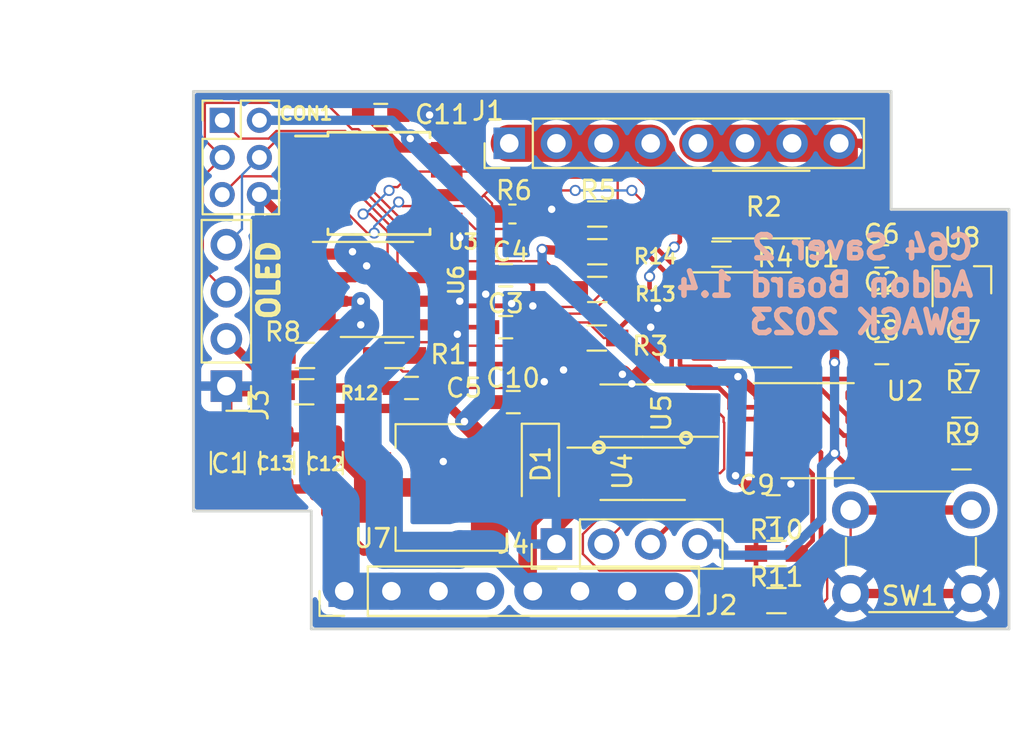
<source format=kicad_pcb>
(kicad_pcb (version 20221018) (generator pcbnew)
  (title_block (title "C64 Saver addon board") (date "2023-03-22") (rev "1.4"))
  (layers (0 "F.Cu" signal) (31 "B.Cu" signal) (34 "B.Paste" user) (35 "F.Paste" user) (36 "B.SilkS" user "B.Silkscreen") (37 "F.SilkS" user "F.Silkscreen") (38 "B.Mask" user) (39 "F.Mask" user) (44 "Edge.Cuts" user))
  (net 0 "")
  (net 1 "+5V")
  (net 2 "VIN-")
  (net 3 "PGATE")
  (net 4 "OVERVOLTAGE")
  (net 5 "/#OVERVOLTAGE")
  (net 6 "Net-(R3-Pad1)")
  (net 7 "/HOLD")
  (net 8 "/VIN+")
  (net 9 "/SCL2")
  (net 10 "/SDA2")
  (net 11 "Net-(D1-K)")
  (net 12 "/SCL1")
  (net 13 "/SDA1")
  (net 14 "/SENSE_VAC")
  (net 15 "/SENSE_ACCUR")
  (net 16 "/9VAC1-")
  (net 17 "/9VAC1+")
  (net 18 "GND")
  (net 19 "GNDD")
  (net 20 "/VDD2")
  (net 21 "Net-(C5-Pad1)")
  (net 22 "/HOLD_")
  (net 23 "/FILTER")
  (net 24 "Net-(R13-Pad2)")
  (net 25 "Net-(U1-A0)")
  (footprint "Buttons_Switches_THT:SW_PUSH_6mm_h13mm" (layer "F.Cu") (at 182.372 110.617 180)
    (fp_text reference "SW1")
    (fp_text value "SW_Push")
  )
  (footprint "Pin_Headers:Pin_Header_Straight_1x04_Pitch2.54mm" (layer "F.Cu") (at 142.24 99.441 180)
    (fp_text reference "J3")
    (fp_text value "OLED_128x32_Conn_01x04_Male")
  )
  (footprint "Capacitors_SMD:C_0603_HandSoldering" (layer "F.Cu") (at 177.5485 95.0595)
    (fp_text reference "C2")
    (fp_text value "100n")
  )
  (footprint "Resistors_SMD:R_0603_HandSoldering" (layer "F.Cu") (at 151.3 97.79)
    (fp_text reference "R1")
    (fp_text value "560")
  )
  (footprint "Resistors_SMD:R_0603_HandSoldering" (layer "F.Cu") (at 162.1966 96.8502)
    (fp_text reference "R3")
    (fp_text value "560")
  )
  (footprint "Resistors_SMD:R_0603_HandSoldering" (layer "F.Cu") (at 168.91 92.329 180)
    (fp_text reference "R4")
    (fp_text value "10K")
  )
  (footprint "Capacitors_SMD:C_0603_HandSoldering" (layer "F.Cu") (at 157.292 93.472 180)
    (fp_text reference "C4")
    (fp_text value "100nF")
  )
  (footprint "Resistors_SMD:R_0603_HandSoldering" (layer "F.Cu") (at 162.222 90.17 180)
    (fp_text reference "R5")
    (fp_text value "470k")
  )
  (footprint "Resistors_SMD:R_0603_HandSoldering" (layer "F.Cu") (at 181.8435 100.457)
    (fp_text reference "R7")
    (fp_text value "4k7")
  )
  (footprint "Resistors_SMD:R_0603_HandSoldering" (layer "F.Cu") (at 146.474 97.79 180)
    (fp_text reference "R8")
    (fp_text value "4k7")
  )
  (footprint "Resistors_SMD:R_0603_HandSoldering" (layer "F.Cu") (at 181.8435 103.251)
    (fp_text reference "R9")
    (fp_text value "4k7")
  )
  (footprint "Resistors_SMD:R_0603_HandSoldering" (layer "F.Cu") (at 171.874 108.458 180)
    (fp_text reference "R10")
    (fp_text value "4k7")
  )
  (footprint "Resistors_SMD:R_0603_HandSoldering" (layer "F.Cu") (at 171.874 110.998 180)
    (fp_text reference "R11")
    (fp_text value "4k7")
  )
  (footprint "Package_SO:SOIC-4_4.55x2.6mm_P1.27mm" (layer "F.Cu") (at 164.6682 104.1654)
    (fp_text reference "U4")
    (fp_text value "ACPL-217-50DE")
  )
  (footprint "Package_SO:SOIC-4_4.55x2.6mm_P1.27mm" (layer "F.Cu") (at 164.667 100.7618 180)
    (fp_text reference "U5")
    (fp_text value "ACPL-217-50DE")
  )
  (footprint "Capacitors_SMD:C_0603_HandSoldering" (layer "F.Cu") (at 157.292 96.266 180)
    (fp_text reference "C3")
    (fp_text value "1u")
  )
  (footprint "Capacitors_SMD:C_0603_HandSoldering" (layer "F.Cu") (at 152.212 99.5426)
    (fp_text reference "C5")
    (fp_text value "100n")
  )
  (footprint "Capacitors_SMD:C_0603_HandSoldering" (layer "F.Cu") (at 177.5485 92.456 180)
    (fp_text reference "C6")
    (fp_text value "1u")
  )
  (footprint "Capacitors_SMD:C_0603_HandSoldering" (layer "F.Cu") (at 181.8665 97.663)
    (fp_text reference "C7")
    (fp_text value "1u")
  )
  (footprint "Capacitors_SMD:C_0603_HandSoldering" (layer "F.Cu") (at 177.5485 97.663)
    (fp_text reference "C8")
    (fp_text value "100n")
  )
  (footprint "Capacitors_SMD:C_0603_HandSoldering" (layer "F.Cu") (at 171.704 105.918)
    (fp_text reference "C9")
    (fp_text value "100n")
  )
  (footprint "TO_SOT_Packages_SMD:SOT-23" (layer "F.Cu") (at 181.8665 93.742 90)
    (fp_text reference "U8")
    (fp_text value "MCP1703")
  )
  (footprint "Capacitors_SMD:C_0603_HandSoldering" (layer "F.Cu") (at 157.6984 100.3046 180)
    (fp_text reference "C10")
    (fp_text value "1u")
  )
  (footprint "HAMMOND:HAMMOND_1551G" (layer "F.Cu") (at 152.4 86.36)
    (fp_text reference "REF**")
    (fp_text value "HAMMOND_1551G")
  )
  (footprint "Pin_Headers:Pin_Header_Straight_1x08_Pitch2.54mm" (layer "F.Cu") (at 157.48 86.36 90)
    (fp_text reference "J1")
    (fp_text value "Conn_01x08_Female")
  )
  (footprint "Pin_Headers:Pin_Header_Straight_1x08_Pitch2.54mm" (layer "F.Cu") (at 148.59 110.49 90)
    (fp_text reference "J2")
    (fp_text value "Conn_01x08_Female")
  )
  (footprint "Pin_Headers:Pin_Header_Straight_1x04_Pitch2.54mm" (layer "F.Cu") (at 160.02 107.95 90)
    (fp_text reference "J4")
    (fp_text value "Conn_01x04_Female")
  )
  (footprint "Capacitors_SMD:C_0603_HandSoldering" (layer "F.Cu") (at 150.556 84.836 180)
    (fp_text reference "C11")
    (fp_text value "100n")
  )
  (footprint "Resistors_SMD:R_0603_HandSoldering" (layer "F.Cu") (at 146.431 99.7458)
    (fp_text reference "R12")
    (fp_text value "470")
  )
  (footprint "Pin_Headers:Pin_Header_Straight_2x03_Pitch2.00mm" (layer "F.Cu") (at 142.018 85.122)
    (fp_text reference "CON1")
    (fp_text value "AVR-ISP-6")
  )
  (footprint "Resistors_SMD:R_2512_HandSoldering" (layer "F.Cu") (at 171.056 89.662)
    (fp_text reference "R2")
    (fp_text value "0R1")
  )
  (footprint "Resistors_SMD:R_0603_HandSoldering" (layer "F.Cu") (at 162.222 94.234)
    (fp_text reference "R13")
    (fp_text value "10k")
  )
  (footprint "Resistors_SMD:R_0603_HandSoldering" (layer "F.Cu") (at 162.222 92.202 180)
    (fp_text reference "R14")
    (fp_text value "1k")
  )
  (footprint "Capacitor_SMD:C_1206_3216Metric" (layer "F.Cu") (at 142.316 103.584 90)
    (fp_text reference "C1")
    (fp_text value "47uF")
  )
  (footprint "Capacitor_SMD:C_1206_3216Metric" (layer "F.Cu") (at 147.5994 103.584 90)
    (fp_text reference "C12")
    (fp_text value "47uF")
  )
  (footprint "Capacitor_SMD:C_1206_3216Metric" (layer "F.Cu") (at 144.9832 103.584 90)
    (fp_text reference "C13")
    (fp_text value "47uF")
  )
  (footprint "Package_TO_SOT_SMD:SOT-223-3_TabPin2" (layer "F.Cu") (at 153.264 104.902 180)
    (fp_text reference "U7")
    (fp_text value "MCP1703Ax-500xxDB")
  )
  (footprint "Diodes_SMD:D_SOD-123" (layer "F.Cu") (at 159.1564 103.7199 -90)
    (fp_text reference "D1")
    (fp_text value "Dotec SL1G")
  )
  (footprint "Package_SO:SOIC-8_3.9x4.9mm_P1.27mm" (layer "F.Cu") (at 170.7246 95.8723)
    (fp_text reference "U1")
    (fp_text value "INA219xIDR-SOIC")
  )
  (footprint "Package_SO:SOIC-8_3.9x4.9mm_P1.27mm" (layer "F.Cu") (at 174.0901 101.8413)
    (fp_text reference "U2")
    (fp_text value "ISO1541D")
  )
  (footprint "Package_SO:SOIJ-8_5.3x5.3mm_P1.27mm" (layer "F.Cu") (at 150.462 88.519)
    (fp_text reference "U3")
    (fp_text value "ATTINY85-20SU")
  )
  (footprint "Package_SO:SOIC-8_3.9x4.9mm_P1.27mm" (layer "F.Cu") (at 150.3538 94.234)
    (fp_text reference "U6")
    (fp_text value "ACS712")
  )
  (footprint "Resistor_SMD:R_0603_1608Metric_Pad1.05x0.95mm_HandSolder" (layer "F.Cu") (at 157.65 90.17 180)
    (fp_text reference "R6")
    (fp_text value "470k")
  )
  (gr_circle (center 162.306 102.743) (end 162.56 102.87) (stroke (width 0.2)) (fill none) (layer "F.SilkS"))
  (gr_circle (center 167.005 102.235) (end 167.259 102.362) (stroke (width 0.2)) (fill none) (layer "F.SilkS"))
  (gr_line (start 146.812 106.426) (end 146.812 106.172) (stroke (width 0.15)) (layer "Edge.Cuts"))
  (gr_line (start 140.462 106.172) (end 140.462 83.566) (stroke (width 0.15)) (layer "Edge.Cuts"))
  (gr_line (start 184.404 89.916) (end 184.404 112.522) (stroke (width 0.15)) (layer "Edge.Cuts"))
  (gr_line (start 184.404 112.522) (end 146.812 112.522) (stroke (width 0.15)) (layer "Edge.Cuts"))
  (gr_line (start 178.054 89.916) (end 184.404 89.916) (stroke (width 0.15)) (layer "Edge.Cuts"))
  (gr_line (start 140.462 83.566) (end 178.054 83.566) (stroke (width 0.15)) (layer "Edge.Cuts"))
  (gr_line (start 178.054 83.566) (end 178.054 89.916) (stroke (width 0.15)) (layer "Edge.Cuts"))
  (gr_line (start 146.812 106.172) (end 140.462 106.172) (stroke (width 0.15)) (layer "Edge.Cuts"))
  (gr_line (start 146.812 112.522) (end 146.812 106.426) (stroke (width 0.15)) (layer "Edge.Cuts"))
  (gr_text "C64 Saver 2\nAddon Board 1.4\nBWACK 2023" (at 182.626 93.98) (layer "B.SilkS") (effects (font (size 1.25 1.25) (thickness 0.3)) (justify left mirror)))
  (gr_text "OLED" (at 144.526 93.726 90) (layer "F.SilkS") (effects (font (size 1.1 1.1) (thickness 0.275))))
  (segment (start 170.52 107.442) (end 170.774 107.696) (width 0.25) (layer "F.Cu") (net 1))
  (segment (start 170.754 105.043) (end 170.486 104.775) (width 0.5) (layer "F.Cu") (net 1))
  (segment (start 170.486 104.775) (end 170.18 104.775) (width 0.5) (layer "F.Cu") (net 1))
  (segment (start 154.112 86.614) (end 152.146 86.614) (width 0.5) (layer "F.Cu") (net 1))
  (segment (start 170.774 107.696) (end 170.774 108.458) (width 0.25) (layer "F.Cu") (net 1))
  (segment (start 170.18 104.775) (end 169.672 104.267) (width 0.5) (layer "F.Cu") (net 1))
  (segment (start 170.774 110.298) (end 170.774 108.458) (width 0.25) (layer "F.Cu") (net 1))
  (segment (start 156.342 93.472) (end 155.0035 93.472) (width 0.5) (layer "F.Cu") (net 1))
  (segment (start 170.754 105.918) (end 170.754 105.043) (width 0.5) (layer "F.Cu") (net 1))
  (segment (start 155.0035 93.472) (end 153.8605 92.329) (width 0.5) (layer "F.Cu") (net 1))
  (segment (start 170.774 110.998) (end 170.774 110.298) (width 0.25) (layer "F.Cu") (net 1))
  (segment (start 144.184799 98.845799) (end 146.291001 98.845799) (width 0.5) (layer "F.Cu") (net 1))
  (segment (start 146.570999 100.645801) (end 154.366801 100.645801) (width 0.5) (layer "F.Cu") (net 1))
  (segment (start 170.52 107.442) (end 170.754 107.208) (width 0.5) (layer "F.Cu") (net 1))
  (segment (start 156.342 93.472) (end 156.342 94.356) (width 0.5) (layer "F.Cu") (net 1))
  (segment (start 146.480999 99.035797) (end 146.480999 100.555801) (width 0.5) (layer "F.Cu") (net 1))
  (segment (start 154.366801 100.645801) (end 155.067 101.346) (width 0.5) (layer "F.Cu") (net 1))
  (segment (start 149.831 84.836) (end 151.609 86.614) (width 0.5) (layer "F.Cu") (net 1))
  (segment (start 151.609 86.614) (end 152.762 86.614) (width 0.5) (layer "F.Cu") (net 1))
  (segment (start 156.1084 100.3046) (end 155.067 101.346) (width 0.256) (layer "F.Cu") (net 1))
  (segment (start 153.8605 92.329) (end 153.543 92.329) (width 0.5) (layer "F.Cu") (net 1))
  (segment (start 152.762 86.614) (end 154.112 86.614) (width 0.5) (layer "F.Cu") (net 1))
  (segment (start 169.799 98.933) (end 170.942 99.949) (width 0.5) (layer "F.Cu") (net 1))
  (segment (start 152.146 86.614) (end 152.146 86.106) (width 0.5) (layer "F.Cu") (net 1))
  (segment (start 142.24 96.901) (end 144.184799 98.845799) (width 0.5) (layer "F.Cu") (net 1))
  (segment (start 146.291001 98.845799) (end 146.480999 99.035797) (width 0.5) (layer "F.Cu") (net 1))
  (segment (start 170.486 104.775) (end 170.307 104.775) (width 0.5) (layer "F.Cu") (net 1))
  (segment (start 156.414 102.602) (end 156.323 102.602) (width 1) (layer "F.Cu") (net 1))
  (segment (start 156.7484 100.3046) (end 156.1084 100.3046) (width 0.256) (layer "F.Cu") (net 1))
  (segment (start 159.250326 92.075) (end 161.122 92.202) (width 0.5) (layer "F.Cu") (net 1))
  (segment (start 156.342 94.356) (end 156.21 94.488) (width 0.5) (layer "F.Cu") (net 1))
  (segment (start 146.480999 100.555801) (end 146.570999 100.645801) (width 0.5) (layer "F.Cu") (net 1))
  (segment (start 161.122 90.17) (end 161.122 92.202) (width 0.5) (layer "F.Cu") (net 1))
  (segment (start 170.754 107.208) (end 170.754 105.918) (width 0.5) (layer "F.Cu") (net 1))
  (segment (start 156.323 102.602) (end 155.067 101.346) (width 1) (layer "F.Cu") (net 1))
  (via (at 152.146 86.106) (size 0.6) (drill 0.4) (layers "F.Cu" "B.Cu") (net 1))
  (via (at 159.250326 92.075) (size 0.6) (drill 0.4) (layers "F.Cu" "B.Cu") (net 1))
  (via (at 169.672 104.267) (size 0.6) (drill 0.4) (layers "F.Cu" "B.Cu") (net 1))
  (via (at 156.21 94.488) (size 0.6) (drill 0.4) (layers "F.Cu" "B.Cu") (net 1))
  (via (at 169.799 98.933) (size 0.6) (drill 0.4) (layers "F.Cu" "B.Cu") (net 1))
  (via (at 155.067 101.346) (size 0.6) (drill 0.4) (layers "F.Cu" "B.Cu") (net 1))
  (segment (start 144.018 85.122) (end 151.162 85.122) (width 0.5) (layer "B.Cu") (net 1))
  (segment (start 159.250326 92.892826) (end 159.766 93.4085) (width 0.5) (layer "B.Cu") (net 1))
  (segment (start 156.21 93.4085) (end 156.21 100.203) (width 1) (layer "B.Cu") (net 1))
  (segment (start 156.21 90.17) (end 156.21 92.202) (width 1) (layer "B.Cu") (net 1))
  (segment (start 165.6334 98.8822) (end 159.766 93.4085) (width 1) (layer "B.Cu") (net 1))
  (segment (start 169.799 98.933) (end 169.672 104.267) (width 1) (layer "B.Cu") (net 1))
  (segment (start 159.250326 92.075) (end 159.250326 92.892826) (width 0.5) (layer "B.Cu") (net 1))
  (segment (start 169.799 98.933) (end 165.6334 98.8822) (width 1) (layer "B.Cu") (net 1))
  (segment (start 156.21 92.202) (end 156.21 93.4085) (width 1) (layer "B.Cu") (net 1))
  (segment (start 156.21 93.4085) (end 156.21 93.0275) (width 1) (layer "B.Cu") (net 1))
  (segment (start 152.146 86.106) (end 156.21 90.17) (width 1) (layer "B.Cu") (net 1))
  (segment (start 156.21 100.203) (end 155.067 101.346) (width 1) (layer "B.Cu") (net 1))
  (segment (start 156.21 93.4085) (end 159.766 93.4085) (width 1) (layer "B.Cu") (net 1))
  (segment (start 151.162 85.122) (end 152.146 86.106) (width 0.5) (layer "B.Cu") (net 1))
  (segment (start 161.7314 96.012) (end 161.856099 96.136699) (width 0.127) (layer "F.Cu") (net 2))
  (segment (start 166.37 91.948) (end 166.669999 91.648001) (width 0.25) (layer "F.Cu") (net 2))
  (segment (start 165.1 86.614) (end 165.43999 86.95399) (width 2) (layer "F.Cu") (net 2))
  (segment (start 172.1246 95.2373) (end 173.1996 95.2373) (width 0.25) (layer "F.Cu") (net 2))
  (segment (start 163.472 96.266) (end 165.039058 94.698942) (width 0.25) (layer "F.Cu") (net 2))
  (segment (start 165.135456 102.015679) (end 160.683478 97.563701) (width 0.127) (layer "F.Cu") (net 2))
  (segment (start 165.43999 87.271273) (end 167.106 88.937283) (width 2) (layer "F.Cu") (net 2))
  (segment (start 160.02 86.36) (end 162.56 86.36) (width 2) (layer "F.Cu") (net 2))
  (segment (start 167.106 88.937283) (end 167.106 89.535) (width 2) (layer "F.Cu") (net 2))
  (segment (start 161.856099 96.136699) (end 162.5696 96.8502) (width 0.127) (layer "F.Cu") (net 2))
  (segment (start 160.02 96.139) (end 160.147 96.012) (width 0.127) (layer "F.Cu") (net 2))
  (segment (start 167.9182 103.5304) (end 166.403479 102.015679) (width 0.127) (layer "F.Cu") (net 2))
  (segment (start 170.18 89.535) (end 171.323 90.678) (width 0.25) (layer "F.Cu") (net 2))
  (segment (start 163.2966 96.2914) (end 163.322 96.266) (width 0.25) (layer "F.Cu") (net 2))
  (segment (start 160.02 97.282) (end 160.02 96.139) (width 0.127) (layer "F.Cu") (net 2))
  (segment (start 157.48 86.36) (end 160.02 86.36) (width 2) (layer "F.Cu") (net 2))
  (segment (start 166.403479 102.015679) (end 165.135456 102.015679) (width 0.127) (layer "F.Cu") (net 2))
  (segment (start 171.323 94.4357) (end 172.1246 95.2373) (width 0.25) (layer "F.Cu") (net 2))
  (segment (start 162.56 86.36) (end 165.1 86.36) (width 2) (layer "F.Cu") (net 2))
  (segment (start 160.683478 97.563701) (end 160.285799 97.563701) (width 0.127) (layer "F.Cu") (net 2))
  (segment (start 166.669999 89.971001) (end 167.106 89.535) (width 0.25) (layer "F.Cu") (net 2))
  (segment (start 160.285799 97.563701) (end 160.02 97.297902) (width 0.127) (layer "F.Cu") (net 2))
  (segment (start 171.323 90.678) (end 171.323 94.4357) (width 0.25) (layer "F.Cu") (net 2))
  (segment (start 165.039058 94.698942) (end 165.039058 93.532942) (width 0.25) (layer "F.Cu") (net 2))
  (segment (start 163.2966 96.8502) (end 163.2966 96.2914) (width 0.25) (layer "F.Cu") (net 2))
  (segment (start 163.322 96.266) (end 163.472 96.266) (width 0.25) (layer "F.Cu") (net 2))
  (segment (start 165.1 86.36) (end 165.1 86.614) (width 2) (layer "F.Cu") (net 2))
  (segment (start 162.5696 96.8502) (end 163.2966 96.8502) (width 0.127) (layer "F.Cu") (net 2))
  (segment (start 165.43999 86.95399) (end 165.43999 87.271273) (width 2) (layer "F.Cu") (net 2))
  (segment (start 166.669999 91.648001) (end 166.669999 89.971001) (width 0.25) (layer "F.Cu") (net 2))
  (segment (start 167.106 89.535) (end 170.18 89.535) (width 0.25) (layer "F.Cu") (net 2))
  (segment (start 160.147 96.012) (end 161.7314 96.012) (width 0.127) (layer "F.Cu") (net 2))
  (via (at 166.37 91.948) (size 0.6) (drill 0.4) (layers "F.Cu" "B.Cu") (net 2))
  (via (at 165.039058 93.532942) (size 0.6) (drill 0.4) (layers "F.Cu" "B.Cu") (net 2))
  (segment (start 165.039058 93.532942) (end 165.039058 93.278942) (width 0.25) (layer "B.Cu") (net 2))
  (segment (start 165.039058 93.278942) (end 166.37 91.948) (width 0.25) (layer "B.Cu") (net 2))
  (segment (start 165.1 107.95) (end 167.9182 105.1318) (width 0.25) (layer "F.Cu") (net 3))
  (segment (start 167.9182 105.1318) (end 167.9182 104.8004) (width 0.25) (layer "F.Cu") (net 3))
  (segment (start 169.0624 103.9114) (end 169.0624 101.412836) (width 0.127) (layer "F.Cu") (net 4))
  (segment (start 162.56 107.95) (end 166.37959 104.13041) (width 0.127) (layer "F.Cu") (net 4))
  (segment (start 168.652557 100.765243) (end 168.359824 100.47251) (width 0.127) (layer "F.Cu") (net 4))
  (segment (start 168.26271 100.47251) (end 168.359824 100.47251) (width 0.127) (layer "F.Cu") (net 4))
  (segment (start 168.84339 104.13041) (end 169.0624 103.9114) (width 0.127) (layer "F.Cu") (net 4))
  (segment (start 169.02949 101.379926) (end 169.02949 101.142176) (width 0.127) (layer "F.Cu") (net 4))
  (segment (start 169.0624 101.412836) (end 169.02949 101.379926) (width 0.127) (layer "F.Cu") (net 4))
  (segment (start 166.37959 104.13041) (end 168.84339 104.13041) (width 0.127) (layer "F.Cu") (net 4))
  (segment (start 168.359824 100.47251) (end 168.98051 101.093196) (width 0.127) (layer "F.Cu") (net 4))
  (segment (start 167.917 100.1268) (end 168.26271 100.47251) (width 0.127) (layer "F.Cu") (net 4))
  (segment (start 169.02949 101.142176) (end 168.652557 100.765243) (width 0.127) (layer "F.Cu") (net 4))
  (segment (start 152.307484 91.567) (end 154.143797 91.567) (width 0.127) (layer "F.Cu") (net 5))
  (segment (start 146.287 86.614) (end 146.812 86.614) (width 0.127) (layer "F.Cu") (net 5))
  (segment (start 144.78 88.138) (end 143.002 88.138) (width 0.127) (layer "F.Cu") (net 5))
  (segment (start 154.143797 91.567) (end 155.286797 92.71) (width 0.127) (layer "F.Cu") (net 5))
  (segment (start 162.065292 92.731708) (end 162.595 92.202) (width 0.127) (layer "F.Cu") (net 5))
  (segment (start 155.286797 92.71) (end 159.448 92.71) (width 0.127) (layer "F.Cu") (net 5))
  (segment (start 162.595 92.202) (end 163.322 92.202) (width 0.127) (layer "F.Cu") (net 5))
  (segment (start 146.812 86.614) (end 146.304 86.614) (width 0.127) (layer "F.Cu") (net 5))
  (segment (start 161.122 94.234) (end 161.272 94.234) (width 0.127) (layer "F.Cu") (net 5))
  (segment (start 160.972 94.234) (end 161.122 94.234) (width 0.127) (layer "F.Cu") (net 5))
  (segment (start 162.065292 93.440708) (end 162.065292 92.731708) (width 0.127) (layer "F.Cu") (net 5))
  (segment (start 143.002 88.138) (end 142.018 89.122) (width 0.127) (layer "F.Cu") (net 5))
  (segment (start 159.448 92.71) (end 160.972 94.234) (width 0.127) (layer "F.Cu") (net 5))
  (segment (start 161.272 94.234) (end 162.065292 93.440708) (width 0.127) (layer "F.Cu") (net 5))
  (segment (start 147.354484 86.614) (end 152.307484 91.567) (width 0.127) (layer "F.Cu") (net 5))
  (segment (start 146.304 86.614) (end 144.78 88.138) (width 0.127) (layer "F.Cu") (net 5))
  (segment (start 146.812 86.614) (end 147.354484 86.614) (width 0.127) (layer "F.Cu") (net 5))
  (segment (start 167.917 101.3968) (end 165.0662 101.3968) (width 0.127) (layer "F.Cu") (net 6))
  (segment (start 165.0662 101.3968) (end 161.0966 97.4272) (width 0.127) (layer "F.Cu") (net 6))
  (segment (start 161.0966 97.4272) (end 161.0966 96.8502) (width 0.127) (layer "F.Cu") (net 6))
  (segment (start 160.346912 102.459112) (end 160.346912 100.402912) (width 0.127) (layer "F.Cu") (net 7))
  (segment (start 153.714711 98.254711) (end 158.090823 98.254711) (width 0.25) (layer "F.Cu") (net 7))
  (segment (start 159.214711 98.254711) (end 158.090823 98.254711) (width 0.127) (layer "F.Cu") (net 7))
  (segment (start 160.02 99.06) (end 159.214711 98.254711) (width 0.127) (layer "F.Cu") (net 7))
  (segment (start 152.4 97.79) (end 153.25 97.79) (width 0.25) (layer "F.Cu") (net 7))
  (segment (start 161.4182 103.5304) (end 160.346912 102.459112) (width 0.127) (layer "F.Cu") (net 7))
  (segment (start 160.346912 100.402912) (end 160.02 100.076) (width 0.127) (layer "F.Cu") (net 7))
  (segment (start 160.02 100.076) (end 160.02 99.06) (width 0.127) (layer "F.Cu") (net 7))
  (segment (start 153.25 97.79) (end 153.714711 98.254711) (width 0.25) (layer "F.Cu") (net 7))
  (segment (start 177.038 90.932) (end 177.038 92.075) (width 0.5) (layer "F.Cu") (net 8))
  (segment (start 180.9665 92.742) (end 179.1565 90.932) (width 0.5) (layer "F.Cu") (net 8))
  (segment (start 176.9795 92.075) (end 176.5985 92.456) (width 0.5) (layer "F.Cu") (net 8))
  (segment (start 179.1565 90.932) (end 177.927 90.932) (width 0.5) (layer "F.Cu") (net 8))
  (segment (start 177.038 86.935919) (end 177.038 90.932) (width 0.5) (layer "F.Cu") (net 8))
  (segment (start 177.927 90.932) (end 177.038 90.932) (width 0.5) (layer "F.Cu") (net 8))
  (segment (start 172.72 93.4877) (end 173.1996 93.9673) (width 0.25) (layer "F.Cu") (net 8))
  (segment (start 175.006 89.535) (end 172.72 89.535) (width 0.25) (layer "F.Cu") (net 8))
  (segment (start 172.72 89.535) (end 172.72 93.4877) (width 0.25) (layer "F.Cu") (net 8))
  (segment (start 176.5985 92.456) (end 176.5985 92.2605) (width 0.5) (layer "F.Cu") (net 8))
  (segment (start 176.462081 86.36) (end 177.038 86.935919) (width 0.5) (layer "F.Cu") (net 8))
  (segment (start 172.72 86.36) (end 175.26 86.36) (width 2) (layer "F.Cu") (net 8))
  (segment (start 181.8665 92.742) (end 180.9665 92.742) (width 0.5) (layer "F.Cu") (net 8))
  (segment (start 175.26 89.281) (end 175.006 89.535) (width 2) (layer "F.Cu") (net 8))
  (segment (start 177.038 92.075) (end 176.9795 92.075) (width 0.5) (layer "F.Cu") (net 8))
  (segment (start 175.26 86.36) (end 175.26 89.281) (width 2) (layer "F.Cu") (net 8))
  (segment (start 175.26 86.36) (end 176.462081 86.36) (width 0.5) (layer "F.Cu") (net 8))
  (segment (start 170.18 86.36) (end 167.64 86.36) (width 2) (layer "F.Cu") (net 8))
  (segment (start 172.72 86.36) (end 170.18 86.36) (width 2) (layer "F.Cu") (net 8))
  (segment (start 180.7435 103.251) (end 179.8935 103.251) (width 0.25) (layer "F.Cu") (net 9))
  (segment (start 170.5483 97.7773) (end 168.2496 97.7773) (width 0.25) (layer "F.Cu") (net 9))
  (segment (start 172.466 99.06) (end 171.831 99.06) (width 0.25) (layer "F.Cu") (net 9))
  (segment (start 176.19439 102.10559) (end 175.51159 102.10559) (width 0.25) (layer "F.Cu") (net 9))
  (segment (start 175.51159 102.10559) (end 172.466 99.06) (width 0.25) (layer "F.Cu") (net 9))
  (segment (start 177.292 102.489) (end 176.27459 102.489) (width 0.25) (layer "F.Cu") (net 9))
  (segment (start 177.292 102.489) (end 179.1315 102.489) (width 0.25) (layer "F.Cu") (net 9))
  (segment (start 179.1315 102.489) (end 179.8935 103.251) (width 0.25) (layer "F.Cu") (net 9))
  (segment (start 176.5651 102.4763) (end 176.19439 102.10559) (width 0.25) (layer "F.Cu") (net 9))
  (segment (start 171.831 99.06) (end 170.5483 97.7773) (width 0.25) (layer "F.Cu") (net 9))
  (segment (start 176.5651 101.2063) (end 175.88161 101.2063) (width 0.25) (layer "F.Cu") (net 10))
  (segment (start 172.333266 98.557734) (end 170.282832 96.5073) (width 0.25) (layer "F.Cu") (net 10))
  (segment (start 173.106044 98.557734) (end 172.333266 98.557734) (width 0.25) (layer "F.Cu") (net 10))
  (segment (start 178.1135 101.219) (end 177.292 101.219) (width 0.25) (layer "F.Cu") (net 10))
  (segment (start 180.7435 100.457) (end 179.8935 100.457) (width 0.25) (layer "F.Cu") (net 10))
  (segment (start 179.8935 100.457) (end 179.1315 101.219) (width 0.25) (layer "F.Cu") (net 10))
  (segment (start 174.184811 99.509501) (end 174.057811 99.509501) (width 0.25) (layer "F.Cu") (net 10))
  (segment (start 179.1315 101.219) (end 178.1135 101.219) (width 0.25) (layer "F.Cu") (net 10))
  (segment (start 174.057811 99.509501) (end 173.106044 98.557734) (width 0.25) (layer "F.Cu") (net 10))
  (segment (start 175.88161 101.2063) (end 174.184811 99.509501) (width 0.25) (layer "F.Cu") (net 10))
  (segment (start 170.282832 96.5073) (end 168.2496 96.5073) (width 0.25) (layer "F.Cu") (net 10))
  (segment (start 159.1564 102.9716) (end 159.1564 102.0699) (width 0.5) (layer "F.Cu") (net 11))
  (segment (start 155.183 108.331) (end 156.312 107.202) (width 0.5) (layer "F.Cu") (net 11))
  (segment (start 157.988 105.791) (end 157.988 104.267) (width 0.5) (layer "F.Cu") (net 11))
  (segment (start 156.562 107.202) (end 157.988 105.791) (width 0.5) (layer "F.Cu") (net 11))
  (segment (start 147.5994 106.2894) (end 149.641 108.331) (width 0.5) (layer "F.Cu") (net 11))
  (segment (start 142.316 104.984) (end 144.9832 104.984) (width 0.5) (layer "F.Cu") (net 11))
  (segment (start 144.9832 104.984) (end 147.5994 104.984) (width 0.5) (layer "F.Cu") (net 11))
  (segment (start 149.641 108.331) (end 155.183 108.331) (width 0.5) (layer "F.Cu") (net 11))
  (segment (start 147.5994 104.984) (end 147.5994 106.2894) (width 0.5) (layer "F.Cu") (net 11))
  (segment (start 156.312 107.202) (end 156.562 107.202) (width 0.5) (layer "F.Cu") (net 11))
  (segment (start 157.988 104.267) (end 159.1564 102.9716) (width 0.5) (layer "F.Cu") (net 11))
  (segment (start 172.974 110.298) (end 174.27401 108.99799) (width 0.25) (layer "F.Cu") (net 12))
  (segment (start 142.24 94.361) (end 140.97 93.091) (width 0.127) (layer "F.Cu") (net 12))
  (segment (start 166.68 98.304002) (end 166.778308 98.40231) (width 0.25) (layer "F.Cu") (net 12))
  (segment (start 141.079499 84.236199) (end 141.132199 84.183499) (width 0.127) (layer "F.Cu") (net 12))
  (segment (start 154.112 87.884) (end 164.084 87.884) (width 0.127) (layer "F.Cu") (net 12))
  (segment (start 164.084 87.884) (end 165.354 89.154) (width 0.127) (layer "F.Cu") (net 12))
  (segment (start 169.974092 100.093393) (end 169.974092 100.58129) (width 0.25) (layer "F.Cu") (net 12))
  (segment (start 149.352 85.598) (end 149.729606 85.975606) (width 0.127) (layer "F.Cu") (net 12))
  (segment (start 147.59242 84.183499) (end 149.006921 85.598) (width 0.127) (layer "F.Cu") (net 12))
  (segment (start 166.778308 98.40231) (end 168.283008 98.40231) (width 0.25) (layer "F.Cu") (net 12))
  (segment (start 141.132199 84.183499) (end 147.59242 84.183499) (width 0.127) (layer "F.Cu") (net 12))
  (segment (start 172.97129 100.58129) (end 173.7233 101.3333) (width 0.25) (layer "F.Cu") (net 12))
  (segment (start 140.97 88.17) (end 142.018 87.122) (width 0.127) (layer "F.Cu") (net 12))
  (segment (start 149.006921 85.598) (end 149.352 85.598) (width 0.127) (layer "F.Cu") (net 12))
  (segment (start 168.283008 98.40231) (end 169.974092 100.093393) (width 0.25) (layer "F.Cu") (net 12))
  (segment (start 169.974092 100.58129) (end 172.97129 100.58129) (width 0.25) (layer "F.Cu") (net 12))
  (segment (start 166.679999 93.273999) (end 166.68 98.304002) (width 0.25) (layer "F.Cu") (net 12))
  (segment (start 172.974 110.998) (end 172.974 110.298) (width 0.25) (layer "F.Cu") (net 12))
  (segment (start 149.729606 85.975606) (end 150.244394 85.975606) (width 0.127) (layer "F.Cu") (net 12))
  (segment (start 150.244394 85.975606) (end 152.152788 87.884) (width 0.127) (layer "F.Cu") (net 12))
  (segment (start 142.018 87.122) (end 141.079499 86.183499) (width 0.127) (layer "F.Cu") (net 12))
  (segment (start 165.354 91.948) (end 166.679999 93.273999) (width 0.25) (layer "F.Cu") (net 12))
  (segment (start 140.97 93.091) (end 140.97 88.17) (width 0.127) (layer "F.Cu") (net 12))
  (segment (start 141.079499 86.183499) (end 141.079499 84.236199) (width 0.127) (layer "F.Cu") (net 12))
  (segment (start 174.27401 108.99799) (end 174.27401 103.02701) (width 0.25) (layer "F.Cu") (net 12))
  (segment (start 165.354 89.154) (end 165.354 91.948) (width 0.127) (layer "F.Cu") (net 12))
  (segment (start 174.27401 103.02701) (end 173.7233 102.4763) (width 0.25) (layer "F.Cu") (net 12))
  (segment (start 173.7233 101.3333) (end 173.7233 102.4763) (width 0.25) (layer "F.Cu") (net 12))
  (segment (start 152.152788 87.884) (end 154.112 87.884) (width 0.127) (layer "F.Cu") (net 12))
  (segment (start 173.7233 102.4763) (end 171.6151 102.4763) (width 0.25) (layer "F.Cu") (net 12))
  (segment (start 165.1 92.507411) (end 166.229989 93.6374) (width 0.25) (layer "F.Cu") (net 13))
  (segment (start 149.733 88.519) (end 147.9255 86.7115) (width 0.127) (layer "F.Cu") (net 13))
  (segment (start 165.02699 91.378501) (end 165.02699 89.84299) (width 0.127) (layer "F.Cu") (net 13))
  (segment (start 169.527111 101.328111) (end 169.527111 102.484613) (width 0.25) (layer "F.Cu") (net 13))
  (segment (start 173.824 104.191998) (end 173.824 107.758) (width 0.25) (layer "F.Cu") (net 13))
  (segment (start 158.37398 88.9) (end 161.036 88.9) (width 0.127) (layer "F.Cu") (net 13))
  (segment (start 169.527111 102.484613) (end 170.143808 103.10131) (width 0.25) (layer "F.Cu") (net 13))
  (segment (start 154.112 90.424) (end 155.101203 90.424) (width 0.127) (layer "F.Cu") (net 13))
  (segment (start 169.418 101.219) (end 169.527111 101.328111) (width 0.25) (layer "F.Cu") (net 13))
  (segment (start 173.124 108.458) (end 172.974 108.458) (width 0.25) (layer "F.Cu") (net 13))
  (segment (start 166.229989 93.6374) (end 166.229989 98.490401) (width 0.25) (layer "F.Cu") (net 13))
  (segment (start 157.607 90.571538) (end 157.607 89.66698) (width 0.127) (layer "F.Cu") (net 13))
  (segment (start 169.349311 100.105023) (end 169.349311 100.651674) (width 0.25) (layer "F.Cu") (net 13))
  (segment (start 169.349311 100.651674) (end 169.418 100.720363) (width 0.25) (layer "F.Cu") (net 13))
  (segment (start 164.965491 92.372902) (end 165.1 92.507411) (width 0.127) (layer "F.Cu") (net 13))
  (segment (start 154.112 90.424) (end 151.626226 90.424) (width 0.127) (layer "F.Cu") (net 13))
  (segment (start 165.02699 89.84299) (end 164.084 88.9) (width 0.127) (layer "F.Cu") (net 13))
  (segment (start 170.942 101.219) (end 169.672 101.219) (width 0.25) (layer "F.Cu") (net 13))
  (segment (start 167.266378 99.52679) (end 168.771078 99.52679) (width 0.25) (layer "F.Cu") (net 13))
  (segment (start 164.965491 91.44) (end 164.965491 92.372902) (width 0.127) (layer "F.Cu") (net 13))
  (segment (start 172.733312 103.10131) (end 173.824 104.191998) (width 0.25) (layer "F.Cu") (net 13))
  (segment (start 155.101203 90.424) (end 155.652693 90.97549) (width 0.127) (layer "F.Cu") (net 13))
  (segment (start 145.114501 86.025499) (end 144.018 87.122) (width 0.127) (layer "F.Cu") (net 13))
  (segment (start 155.652693 90.97549) (end 157.203048 90.97549) (width 0.127) (layer "F.Cu") (net 13))
  (segment (start 147.9255 86.122999) (end 147.828 86.025499) (width 0.127) (layer "F.Cu") (net 13))
  (segment (start 144.526 87.344) (end 144.381592 87.344) (width 0.25) (layer "F.Cu") (net 13))
  (segment (start 165.02699 91.378501) (end 164.965491 91.44) (width 0.127) (layer "F.Cu") (net 13))
  (segment (start 173.824 107.758) (end 173.124 108.458) (width 0.25) (layer "F.Cu") (net 13))
  (segment (start 169.672 101.219) (end 169.418 101.219) (width 0.25) (layer "F.Cu") (net 13))
  (segment (start 170.143808 103.10131) (end 172.733312 103.10131) (width 0.25) (layer "F.Cu") (net 13))
  (segment (start 147.828 86.025499) (end 145.114501 86.025499) (width 0.127) (layer "F.Cu") (net 13))
  (segment (start 157.203048 90.97549) (end 157.607 90.571538) (width 0.127) (layer "F.Cu") (net 13))
  (segment (start 166.229989 98.490401) (end 167.266378 99.52679) (width 0.25) (layer "F.Cu") (net 13))
  (segment (start 149.733 88.530774) (end 149.733 88.519) (width 0.127) (layer "F.Cu") (net 13))
  (segment (start 168.771078 99.52679) (end 169.349311 100.105023) (width 0.25) (layer "F.Cu") (net 13))
  (segment (start 151.626226 90.424) (end 149.733 88.530774) (width 0.127) (layer "F.Cu") (net 13))
  (segment (start 144.526 87.344) (end 144.304 87.344) (width 0.127) (layer "F.Cu") (net 13))
  (segment (start 157.607 89.66698) (end 158.37398 88.9) (width 0.127) (layer "F.Cu") (net 13))
  (segment (start 147.9255 86.7115) (end 147.9255 86.122999) (width 0.127) (layer "F.Cu") (net 13))
  (segment (start 169.418 100.720363) (end 169.418 101.219) (width 0.25) (layer "F.Cu") (net 13))
  (via (at 161.036 88.9) (size 0.6) (drill 0.4) (layers "F.Cu" "B.Cu") (net 13))
  (via (at 164.084 88.9) (size 0.6) (drill 0.4) (layers "F.Cu" "B.Cu") (net 13))
  (segment (start 144.018 87.122) (end 143.0795 88.0605) (width 0.127) (layer "B.Cu") (net 13))
  (segment (start 143.0795 90.9815) (end 142.24 91.821) (width 0.127) (layer "B.Cu") (net 13))
  (segment (start 164.084 88.9) (end 161.036 88.9) (width 0.127) (layer "B.Cu") (net 13))
  (segment (start 143.0795 88.0605) (end 143.0795 90.9815) (width 0.127) (layer "B.Cu") (net 13))
  (segment (start 152.937 99.5426) (end 153.162 99.5426) (width 0.127) (layer "F.Cu") (net 14))
  (segment (start 148.082 89.44291) (end 148.082 89.408) (width 0.127) (layer "F.Cu") (net 14))
  (segment (start 159.366998 97.173002) (end 159.258 97.282) (width 0.127) (layer "F.Cu") (net 14))
  (segment (start 163.14101 88.21101) (end 157.05399 88.21101) (width 0.127) (layer "F.Cu") (net 14))
  (segment (start 159.967201 101.356399) (end 160.019901 101.409099) (width 0.127) (layer "F.Cu") (net 14))
  (segment (start 151.739449 98.653751) (end 152.048151 98.653751) (width 0.127) (layer "F.Cu") (net 14))
  (segment (start 160.019901 103.499215) (end 160.467343 103.946657) (width 0.127) (layer "F.Cu") (net 14))
  (segment (start 160.019901 101.409099) (end 160.019901 103.499215) (width 0.127) (layer "F.Cu") (net 14))
  (segment (start 158.605758 97.264758) (end 158.604998 97.265518) (width 0.127) (layer "F.Cu") (net 14))
  (segment (start 149.834638 91.195548) (end 148.082 89.44291) (width 0.127) (layer "F.Cu") (net 14))
  (segment (start 158.623 97.282) (end 158.605758 97.264758) (width 0.127) (layer "F.Cu") (net 14))
  (segment (start 161.703312 95.17699) (end 159.45801 95.17699) (width 0.127) (layer "F.Cu") (net 14))
  (segment (start 161.446499 107.415519) (end 161.446499 108.484481) (width 0.127) (layer "F.Cu") (net 14))
  (segment (start 155.522499 89.742501) (end 151.740931 89.742501) (width 0.127) (layer "F.Cu") (net 14))
  (segment (start 174.608499 109.325401) (end 175.872 108.0619) (width 0.127) (layer "F.Cu") (net 14))
  (segment (start 163.322 90.17) (end 163.322 88.392) (width 0.127) (layer "F.Cu") (net 14))
  (segment (start 162.48171 104.496796) (end 162.48171 106.380308) (width 0.127) (layer "F.Cu") (net 14))
  (segment (start 160.589586 104.0689) (end 160.467343 103.946657) (width 0.127) (layer "F.Cu") (net 14))
  (segment (start 167.628197 109.376499) (end 169.963199 111.711501) (width 0.127) (layer "F.Cu") (net 14))
  (segment (start 163.322 90.747) (end 163.322 90.17) (width 0.127) (layer "F.Cu") (net 14))
  (segment (start 148.082 89.408) (end 147.828 89.154) (width 0.127) (layer "F.Cu") (net 14))
  (segment (start 157.784899 100.890401) (end 158.250897 101.356399) (width 0.127) (layer "F.Cu") (net 14))
  (segment (start 152.048151 98.653751) (end 152.937 99.5426) (width 0.127) (layer "F.Cu") (net 14))
  (segment (start 156.873 88.392) (end 156.111 89.154) (width 0.127) (layer "F.Cu") (net 14))
  (segment (start 156.55 89.593) (end 156.111 89.154) (width 0.127) (layer "F.Cu") (net 14))
  (segment (start 163.322 88.392) (end 163.14101 88.21101) (width 0.127) (layer "F.Cu") (net 14))
  (segment (start 157.784899 99.891797) (end 157.784899 100.890401) (width 0.127) (layer "F.Cu") (net 14))
  (segment (start 161.446499 108.484481) (end 162.338517 109.376499) (width 0.127) (layer "F.Cu") (net 14))
  (segment (start 157.05399 88.21101) (end 156.873 88.392) (width 0.127) (layer "F.Cu") (net 14))
  (segment (start 157.435702 99.5426) (end 157.784899 99.891797) (width 0.127) (layer "F.Cu") (net 14))
  (segment (start 163.830302 93.218) (end 164.185501 92.862801) (width 0.127) (layer "F.Cu") (net 14))
  (segment (start 174.608499 110.887803) (end 174.608499 109.325401) (width 0.127) (layer "F.Cu") (net 14))
  (segment (start 164.185501 91.610501) (end 163.322 90.747) (width 0.127) (layer "F.Cu") (net 14))
  (segment (start 161.9809 104.0689) (end 160.589586 104.0689) (width 0.127) (layer "F.Cu") (net 14))
  (segment (start 153.162 99.5426) (end 157.435702 99.5426) (width 0.127) (layer "F.Cu") (net 14))
  (segment (start 161.703312 95.17699) (end 162.392302 94.488) (width 0.127) (layer "F.Cu") (net 14))
  (segment (start 162.48171 104.496796) (end 162.124914 104.14) (width 0.127) (layer "F.Cu") (net 14))
  (segment (start 158.250897 101.356399) (end 159.967201 101.356399) (width 0.127) (layer "F.Cu") (net 14))
  (segment (start 159.258 97.282) (end 158.623 97.282) (width 0.127) (layer "F.Cu") (net 14))
  (segment (start 164.185501 92.862801) (end 164.185501 91.610501) (width 0.127) (layer "F.Cu") (net 14))
  (segment (start 156.111 89.154) (end 155.522499 89.742501) (width 0.127) (layer "F.Cu") (net 14))
  (segment (start 162.052 104.14) (end 161.9809 104.0689) (width 0.127) (layer "F.Cu") (net 14))
  (segment (start 175.872 106.117) (end 182.372 106.117) (width 0.5) (layer "F.Cu") (net 14))
  (segment (start 162.56 93.218) (end 163.830302 93.218) (width 0.127) (layer "F.Cu") (net 14))
  (segment (start 169.963199 111.711501) (end 173.784801 111.711501) (width 0.127) (layer "F.Cu") (net 14))
  (segment (start 162.48171 106.380308) (end 161.446499 107.415519) (width 0.127) (layer "F.Cu") (net 14))
  (segment (start 162.124914 104.14) (end 162.052 104.14) (width 0.127) (layer "F.Cu") (net 14))
  (segment (start 175.872 108.0619) (end 175.872 106.117) (width 0.127) (layer "F.Cu") (net 14))
  (segment (start 159.385 95.850516) (end 159.366998 95.868518) (width 0.127) (layer "F.Cu") (net 14))
  (segment (start 151.536499 97.129199) (end 151.536499 98.450801) (width 0.127) (layer "F.Cu") (net 14))
  (segment (start 151.740931 89.742501) (end 151.522215 89.523785) (width 0.127) (layer "F.Cu") (net 14))
  (segment (start 147.828 89.154) (end 146.812 89.154) (width 0.127) (layer "F.Cu") (net 14))
  (segment (start 150.202809 91.195548) (end 149.834638 91.195548) (width 0.127) (layer "F.Cu") (net 14))
  (segment (start 162.338517 109.376499) (end 167.628197 109.376499) (width 0.127) (layer "F.Cu") (net 14))
  (segment (start 151.536499 98.450801) (end 151.739449 98.653751) (width 0.127) (layer "F.Cu") (net 14))
  (segment (start 162.392302 93.385698) (end 162.56 93.218) (width 0.127) (layer "F.Cu") (net 14))
  (segment (start 153.983718 97.265518) (end 153.794699 97.076499) (width 0.127) (layer "F.Cu") (net 14))
  (segment (start 159.45801 95.17699) (end 159.385 95.25) (width 0.127) (layer "F.Cu") (net 14))
  (segment (start 153.794699 97.076499) (end 151.589199 97.076499) (width 0.127) (layer "F.Cu") (net 14))
  (segment (start 158.604998 97.265518) (end 153.983718 97.265518) (width 0.127) (layer "F.Cu") (net 14))
  (segment (start 162.392302 94.488) (end 162.392302 93.385698) (width 0.127) (layer "F.Cu") (net 14))
  (segment (start 159.366998 95.868518) (end 159.366998 97.173002) (width 0.127) (layer "F.Cu") (net 14))
  (segment (start 156.55 90.17) (end 156.55 89.593) (width 0.127) (layer "F.Cu") (net 14))
  (segment (start 151.589199 97.076499) (end 151.536499 97.129199) (width 0.127) (layer "F.Cu") (net 14))
  (segment (start 159.385 95.25) (end 159.385 95.850516) (width 0.127) (layer "F.Cu") (net 14))
  (segment (start 173.784801 111.711501) (end 174.608499 110.887803) (width 0.127) (layer "F.Cu") (net 14))
  (via (at 150.202809 91.195548) (size 0.6) (drill 0.4) (layers "F.Cu" "B.Cu") (net 14))
  (via (at 151.522215 89.523785) (size 0.6) (drill 0.4) (layers "F.Cu" "B.Cu") (net 14))
  (segment (start 151.522215 89.523785) (end 150.202809 90.843191) (width 0.127) (layer "B.Cu") (net 14))
  (segment (start 150.202809 90.843191) (end 150.202809 91.195548) (width 0.127) (layer "B.Cu") (net 14))
  (segment (start 151.4602 93.3054) (end 151.4602 91.194287) (width 0.127) (layer "F.Cu") (net 15))
  (segment (start 151.7538 93.599) (end 151.4602 93.3054) (width 0.127) (layer "F.Cu") (net 15))
  (segment (start 152.8288 93.599) (end 151.7538 93.599) (width 0.127) (layer "F.Cu") (net 15))
  (segment (start 148.149913 87.884) (end 146.812 87.884) (width 0.127) (layer "F.Cu") (net 15))
  (segment (start 151.4602 91.194287) (end 148.149913 87.884) (width 0.127) (layer "F.Cu") (net 15))
  (segment (start 147.8788 96.139) (end 149.479 96.139) (width 0.5) (layer "F.Cu") (net 16))
  (segment (start 147.8788 94.869) (end 147.8788 96.139) (width 0.5) (layer "F.Cu") (net 16))
  (segment (start 147.193 94.869) (end 148.59 94.869) (width 0.5) (layer "F.Cu") (net 16))
  (segment (start 147.193 96.139) (end 148.59 96.139) (width 0.5) (layer "F.Cu") (net 16))
  (segment (start 147.8788 94.869) (end 149.479 94.869) (width 0.5) (layer "F.Cu") (net 16))
  (via (at 149.479 94.869) (size 0.6) (drill 0.4) (layers "F.Cu" "B.Cu") (net 16))
  (via (at 149.479 96.139) (size 0.6) (drill 0.4) (layers "F.Cu" "B.Cu") (net 16))
  (segment (start 147.151989 104.416274) (end 148.422499 105.686784) (width 2) (layer "B.Cu") (net 16))
  (segment (start 156.21 110.49) (end 153.67 110.49) (width 2) (layer "B.Cu") (net 16))
  (segment (start 151.13 110.49) (end 148.59 110.49) (width 2) (layer "B.Cu") (net 16))
  (segment (start 148.422499 105.686784) (end 148.422499 110.322499) (width 2) (layer "B.Cu") (net 16))
  (segment (start 153.67 110.49) (end 151.13 110.49) (width 2) (layer "B.Cu") (net 16))
  (segment (start 149.479 94.869) (end 149.479 96.139) (width 1) (layer "B.Cu") (net 16))
  (segment (start 148.422499 110.322499) (end 148.59 110.49) (width 2) (layer "B.Cu") (net 16))
  (segment (start 147.151989 98.466011) (end 147.151989 104.416274) (width 2) (layer "B.Cu") (net 16))
  (segment (start 149.479 96.139) (end 147.151989 98.466011) (width 2) (layer "B.Cu") (net 16))
  (segment (start 158.75 110.49) (end 158.47 110.21) (width 1) (layer "F.Cu") (net 17))
  (segment (start 147.193 92.329) (end 148.907283 92.329) (width 0.5) (layer "F.Cu") (net 17))
  (segment (start 145.374 94.3465) (end 146.1215 93.599) (width 0.5) (layer "F.Cu") (net 17))
  (segment (start 159.1564 106.050397) (end 159.1564 105.3699) (width 1) (layer "F.Cu") (net 17))
  (segment (start 147.193 93.599) (end 149.161283 93.599) (width 0.5) (layer "F.Cu") (net 17))
  (segment (start 158.47 106.736797) (end 159.1564 106.050397) (width 1) (layer "F.Cu") (net 17))
  (segment (start 149.161283 93.599) (end 149.796283 92.964) (width 0.5) (layer "F.Cu") (net 17))
  (segment (start 146.1215 93.599) (end 147.193 93.599) (width 0.5) (layer "F.Cu") (net 17))
  (segment (start 148.907283 92.329) (end 149.034283 92.202) (width 0.5) (layer "F.Cu") (net 17))
  (segment (start 145.374 97.79) (end 145.374 94.3465) (width 0.5) (layer "F.Cu") (net 17))
  (segment (start 158.47 110.21) (end 158.47 106.736797) (width 1) (layer "F.Cu") (net 17))
  (via (at 149.796283 92.964) (size 0.6) (drill 0.4) (layers "F.Cu" "B.Cu") (net 17))
  (via (at 149.034283 92.202) (size 0.6) (drill 0.4) (layers "F.Cu" "B.Cu") (net 17))
  (segment (start 149.606 99.123283) (end 151.67901 97.050273) (width 2) (layer "B.Cu") (net 17))
  (segment (start 156.464 108.204) (end 154.813 108.204) (width 2) (layer "B.Cu") (net 17))
  (segment (start 150.220547 92.964) (end 149.796283 92.964) (width 2) (layer "B.Cu") (net 17))
  (segment (start 150.749 104.14) (end 149.606 102.997) (width 2) (layer "B.Cu") (net 17))
  (segment (start 154.813 108.204) (end 154.727 108.29) (width 2) (layer "B.Cu") (net 17))
  (segment (start 154.727 108.29) (end 150.749 108.29) (width 2) (layer "B.Cu") (net 17))
  (segment (start 149.796283 92.964) (end 149.034283 92.202) (width 2) (layer "B.Cu") (net 17))
  (segment (start 166.37 110.49) (end 163.83 110.49) (width 2) (layer "B.Cu") (net 17))
  (segment (start 151.67901 97.050273) (end 151.67901 94.422463) (width 2) (layer "B.Cu") (net 17))
  (segment (start 151.67901 94.422463) (end 150.220547 92.964) (width 2) (layer "B.Cu") (net 17))
  (segment (start 150.749 108.29) (end 150.749 104.14) (width 2) (layer "B.Cu") (net 17))
  (segment (start 158.75 110.49) (end 156.464 108.204) (width 1) (layer "B.Cu") (net 17))
  (segment (start 163.83 110.49) (end 161.29 110.49) (width 2) (layer "B.Cu") (net 17))
  (segment (start 161.29 110.49) (end 158.75 110.49) (width 2) (layer "B.Cu") (net 17))
  (segment (start 149.606 102.997) (end 149.606 99.123283) (width 2) (layer "B.Cu") (net 17))
  (segment (start 170.942 103.759) (end 170.942 104.206) (width 0.5) (layer "F.Cu") (net 18))
  (segment (start 142.316 102.184) (end 144.9832 102.184) (width 0.5) (layer "F.Cu") (net 18))
  (segment (start 158.75 93.98) (end 158.242 93.472) (width 0.256) (layer "F.Cu") (net 18))
  (segment (start 161.417 99.583243) (end 160.404486 98.570729) (width 0.127) (layer "F.Cu") (net 18))
  (segment (start 157.734 91.694) (end 155.067 91.694) (width 0.5) (layer "F.Cu") (net 18))
  (segment (start 158.6484 99.9236) (end 159.367898 99.204102) (width 0.256) (layer "F.Cu") (net 18))
  (segment (start 142.3162 99.5172) (end 142.24 99.441) (width 0.5) (layer "F.Cu") (net 18))
  (segment (start 152.8288 96.139) (end 154.178 96.139) (width 0.256) (layer "F.Cu") (net 18))
  (segment (start 150.114 104.6986) (end 147.5994 102.184) (width 1) (layer "F.Cu") (net 18))
  (segment (start 150.114 104.902) (end 154.305 104.902) (width 1) (layer "F.Cu") (net 18))
  (segment (start 157.4875 95.1155) (end 157.607 94.996) (width 0.256) (layer "F.Cu") (net 18))
  (segment (start 154.813 94.869) (end 155.0595 95.1155) (width 0.256) (layer "F.Cu") (net 18))
  (segment (start 164.084 99.314) (end 163.576 98.806) (width 1) (layer "F.Cu") (net 18))
  (segment (start 145.32 90.424) (end 144.018 89.122) (width 0.5) (layer "F.Cu") (net 18))
  (segment (start 158.75 95.123) (end 158.75 93.98) (width 0.256) (layer "F.Cu") (net 18))
  (segment (start 155.0595 95.1155) (end 157.4875 95.1155) (width 0.256) (layer "F.Cu") (net 18))
  (segment (start 154.178 96.139) (end 154.686 96.647) (width 0.256) (layer "F.Cu") (net 18))
  (segment (start 154.305 104.902) (end 156.414 104.902) (width 1) (layer "F.Cu") (net 18))
  (segment (start 165.481 95.885) (end 165.1 96.266) (width 0.25) (layer "F.Cu") (net 18))
  (segment (start 145.331 99.7458) (end 142.5448 99.7458) (width 0.5) (layer "F.Cu") (net 18))
  (segment (start 158.75 90.17) (end 158.75 90.678) (width 0.5) (layer "F.Cu") (net 18))
  (segment (start 158.75 90.678) (end 157.734 91.694) (width 0.5) (layer "F.Cu") (net 18))
  (segment (start 161.417 100.1268) (end 161.417 99.583243) (width 0.127) (layer "F.Cu") (net 18))
  (segment (start 172.654 104.714) (end 172.654 105.918) (width 0.5) (layer "F.Cu") (net 18))
  (segment (start 142.5448 99.7458) (end 142.24 99.441) (width 0.5) (layer "F.Cu") (net 18))
  (segment (start 160.02 107.95) (end 160.02 107.188) (width 0.5) (layer "F.Cu") (net 18))
  (segment (start 144.9832 102.184) (end 147.5994 102.184) (width 0.5) (layer "F.Cu") (net 18))
  (segment (start 160.02 107.188) (end 161.4182 105.7898) (width 0.5) (layer "F.Cu") (net 18))
  (segment (start 154.305 104.902) (end 154.305 103.886) (width 1) (layer "F.Cu") (net 18))
  (segment (start 155.067 91.694) (end 154.813 91.44) (width 0.5) (layer "F.Cu") (net 18))
  (segment (start 175.872 110.617) (end 182.372 110.617) (width 0.5) (layer "F.Cu") (net 18))
  (segment (start 142.3162 102.1842) (end 142.3162 99.5172) (width 0.5) (layer "F.Cu") (net 18))
  (segment (start 170.942 104.206) (end 172.654 105.918) (width 0.5) (layer "F.Cu") (net 18))
  (segment (start 142.367 99.568) (end 142.24 99.441) (width 0.5) (layer "F.Cu") (net 18))
  (segment (start 165.481 95.25) (end 165.481 95.885) (width 0.25) (layer "F.Cu") (net 18))
  (segment (start 158.6484 100.3046) (end 158.6484 99.9236) (width 0.256) (layer "F.Cu") (net 18))
  (segment (start 158.525 90.17) (end 159.512 90.17) (width 0.256) (layer "F.Cu") (net 18))
  (segment (start 153.1874 84.836) (end 151.506 84.836) (width 0.5) (layer "F.Cu") (net 18))
  (segment (start 146.812 90.424) (end 145.32 90.424) (width 0.5) (layer "F.Cu") (net 18))
  (segment (start 159.512 90.17) (end 159.766 89.916) (width 0.256) (layer "F.Cu") (net 18))
  (segment (start 165.1 96.266) (end 165.1 98.298) (width 1) (layer "F.Cu") (net 18))
  (segment (start 158.242 96.266) (end 158.242 95.631) (width 0.256) (layer "F.Cu") (net 18))
  (segment (start 150.114 104.902) (end 150.114 104.6986) (width 1) (layer "F.Cu") (net 18))
  (segment (start 165.1 98.298) (end 164.084 99.314) (width 1) (layer "F.Cu") (net 18))
  (segment (start 154.305 103.886) (end 153.924 103.505) (width 1) (layer "F.Cu") (net 18))
  (segment (start 158.242 95.631) (end 158.75 95.123) (width 0.256) (layer "F.Cu") (net 18))
  (segment (start 161.4182 105.7898) (end 161.4182 104.8004) (width 0.5) (layer "F.Cu") (net 18))
  (via (at 159.766 89.916) (size 0.6) (drill 0.4) (layers "F.Cu" "B.Cu") (net 18))
  (via (at 153.1874 84.836) (size 0.6) (drill 0.4) (layers "F.Cu" "B.Cu") (net 18))
  (via (at 163.576 98.806) (size 0.6) (drill 0.4) (layers "F.Cu" "B.Cu") (net 18))
  (via (at 165.481 95.25) (size 0.6) (drill 0.4) (layers "F.Cu" "B.Cu") (net 18))
  (via (at 164.084 99.314) (size 0.6) (drill 0.4) (layers "F.Cu" "B.Cu") (net 18))
  (via (at 154.813 94.869) (size 0.6) (drill 0.4) (layers "F.Cu" "B.Cu") (net 18))
  (via (at 165.1 96.266) (size 0.6) (drill 0.4) (layers "F.Cu" "B.Cu") (net 18))
  (via (at 157.607 94.996) (size 0.6) (drill 0.4) (layers "F.Cu" "B.Cu") (net 18))
  (via (at 154.686 96.647) (size 0.6) (drill 0.4) (layers "F.Cu" "B.Cu") (net 18))
  (via (at 154.813 91.44) (size 0.6) (drill 0.4) (layers "F.Cu" "B.Cu") (net 18))
  (via (at 158.75 95.123) (size 0.6) (drill 0.4) (layers "F.Cu" "B.Cu") (net 18))
  (via (at 159.367898 99.204102) (size 0.6) (drill 0.4) (layers "F.Cu" "B.Cu") (net 18))
  (via (at 172.654 104.714) (size 0.6) (drill 0.4) (layers "F.Cu" "B.Cu") (net 18))
  (via (at 160.404486 98.570729) (size 0.6) (drill 0.4) (layers "F.Cu" "B.Cu") (net 18))
  (via (at 153.924 103.505) (size 0.6) (drill 0.4) (layers "F.Cu" "B.Cu") (net 18))
  (segment (start 173.9265 96.52) (end 174.748 96.52) (width 0.25) (layer "F.Cu") (net 19))
  (segment (start 173.9265 96.52) (end 173.609 96.52) (width 0.25) (layer "F.Cu") (net 19))
  (segment (start 178.4985 93.726) (end 178.4985 92.456) (width 0.5) (layer "F.Cu") (net 19))
  (segment (start 169.9035 94.2862) (end 172.1246 96.5073) (width 0.25) (layer "F.Cu") (net 19))
  (segment (start 178.4985 93.98) (end 178.4985 93.726) (width 0.5) (layer "F.Cu") (net 19))
  (segment (start 175.133 93.726) (end 178.4985 93.726) (width 0.5) (layer "F.Cu") (net 19))
  (segment (start 177.292 103.759) (end 175.7045 103.759) (width 0.25) (layer "F.Cu") (net 19))
  (segment (start 178.4985 97.663) (end 180.9165 97.663) (width 0.5) (layer "F.Cu") (net 19))
  (segment (start 175.006 96.5073) (end 173.1996 96.5073) (width 0.25) (layer "F.Cu") (net 19))
  (segment (start 178.4985 96.5835) (end 178.4985 95.0595) (width 0.5) (layer "F.Cu") (net 19))
  (segment (start 175.5775 103.632) (end 175.006 103.0605) (width 0.25) (layer "F.Cu") (net 19))
  (segment (start 175.006 93.853) (end 175.133 93.726) (width 0.5) (layer "F.Cu") (net 19))
  (segment (start 178.4985 95.0595) (end 178.4985 93.98) (width 0.5) (layer "F.Cu") (net 19))
  (segment (start 175.006 98.171) (end 175.006 93.853) (width 0.5) (layer "F.Cu") (net 19))
  (segment (start 175.7045 103.759) (end 175.5775 103.632) (width 0.25) (layer "F.Cu") (net 19))
  (segment (start 172.1246 96.5073) (end 173.1996 96.5073) (width 0.25) (layer "F.Cu") (net 19))
  (segment (start 173.9265 96.52) (end 173.458 96.52) (width 0.25) (layer "F.Cu") (net 19))
  (segment (start 178.4985 97.663) (end 178.4985 96.5835) (width 0.5) (layer "F.Cu") (net 19))
  (segment (start 178.4985 95.0595) (end 180.599 95.0595) (width 0.5) (layer "F.Cu") (net 19))
  (segment (start 180.599 95.0595) (end 180.9165 94.742) (width 0.5) (layer "F.Cu") (net 19))
  (segment (start 169.9035 92.2655) (end 169.9035 94.2862) (width 0.25) (layer "F.Cu") (net 19))
  (via (at 175.006 103.0605) (size 0.6) (drill 0.4) (layers "F.Cu" "B.Cu") (net 19))
  (via (at 175.006 98.171) (size 0.6) (drill 0.4) (layers "F.Cu" "B.Cu") (net 19))
  (segment (start 174.3075 106.614314) (end 172.371823 108.549991) (width 0.5) (layer "B.Cu") (net 19))
  (segment (start 174.3075 103.759) (end 174.3075 106.614314) (width 0.5) (layer "B.Cu") (net 19))
  (segment (start 175.006 98.171) (end 175.006 103.0605) (width 0.5) (layer "B.Cu") (net 19))
  (segment (start 175.006 103.0605) (end 174.3075 103.759) (width 0.5) (layer "B.Cu") (net 19))
  (segment (start 168.842081 107.95) (end 167.64 107.95) (width 0.5) (layer "B.Cu") (net 19))
  (segment (start 169.037 108.144919) (end 168.842081 107.95) (width 0.5) (layer "B.Cu") (net 19))
  (segment (start 172.371823 108.549991) (end 169.037 108.549991) (width 0.5) (layer "B.Cu") (net 19))
  (segment (start 169.037 108.549991) (end 169.037 108.144919) (width 0.5) (layer "B.Cu") (net 19))
  (segment (start 176.5985 98.4835) (end 176.149 99.06) (width 0.25) (layer "F.Cu") (net 20))
  (segment (start 177.1015 99.06) (end 178.189 99.06) (width 0.5) (layer "F.Cu") (net 20))
  (segment (start 173.1996 98.0156) (end 173.1996 97.7773) (width 0.25) (layer "F.Cu") (net 20))
  (segment (start 176.149 99.06) (end 174.244 99.06) (width 0.25) (layer "F.Cu") (net 20))
  (segment (start 176.5985 98.557) (end 176.5985 97.663) (width 0.5) (layer "F.Cu") (net 20))
  (segment (start 182.8165 97.663) (end 182.8165 98.538) (width 0.5) (layer "F.Cu") (net 20))
  (segment (start 176.5985 97.663) (end 176.5985 95.0595) (width 0.5) (layer "F.Cu") (net 20))
  (segment (start 178.189 99.703) (end 177.9557 99.9363) (width 0.25) (layer "F.Cu") (net 20))
  (segment (start 174.244 99.06) (end 173.1996 98.0156) (width 0.25) (layer "F.Cu") (net 20))
  (segment (start 182.8165 99.06) (end 182.8165 99.314) (width 0.5) (layer "F.Cu") (net 20))
  (segment (start 182.9435 103.251) (end 182.9435 100.457) (width 0.25) (layer "F.Cu") (net 20))
  (segment (start 182.8165 94.742) (end 182.8165 97.663) (width 0.5) (layer "F.Cu") (net 20))
  (segment (start 182.8165 98.538) (end 182.8165 99.06) (width 0.5) (layer "F.Cu") (net 20))
  (segment (start 177.9557 99.9363) (end 176.5651 99.9363) (width 0.25) (layer "F.Cu") (net 20))
  (segment (start 182.8165 99.314) (end 182.8165 100.33) (width 0.25) (layer "F.Cu") (net 20))
  (segment (start 182.8165 99.06) (end 178.189 99.06) (width 0.5) (layer "F.Cu") (net 20))
  (segment (start 176.5985 98.557) (end 177.1015 99.06) (width 0.5) (layer "F.Cu") (net 20))
  (segment (start 178.189 99.06) (end 178.189 99.703) (width 0.25) (layer "F.Cu") (net 20))
  (segment (start 182.8165 100.33) (end 182.9435 100.457) (width 0.5) (layer "F.Cu") (net 20))
  (segment (start 147.574 99.7028) (end 147.531 99.7458) (width 0.5) (layer "F.Cu") (net 21))
  (segment (start 147.7342 99.5426) (end 147.531 99.7458) (width 0.5) (layer "F.Cu") (net 21))
  (segment (start 147.574 97.79) (end 147.574 99.7028) (width 0.5) (layer "F.Cu") (net 21))
  (segment (start 151.262 99.5426) (end 147.7342 99.5426) (width 0.5) (layer "F.Cu") (net 21))
  (segment (start 152.960328 89.154) (end 152.273 88.466672) (width 0.127) (layer "F.Cu") (net 22))
  (segment (start 149.594155 86.302616) (end 150.108944 86.302616) (width 0.127) (layer "F.Cu") (net 22))
  (segment (start 150.927 91.563695) (end 150.927 91.122829) (width 0.127) (layer "F.Cu") (net 22))
  (segment (start 148.64495 85.698489) (end 148.871469 85.925008) (width 0.127) (layer "F.Cu") (net 22))
  (segment (start 142.018 85.122) (end 143.002 86.106) (width 0.127) (layer "F.Cu") (net 22))
  (segment (start 144.526 86.106) (end 144.933511 85.698489) (width 0.127) (layer "F.Cu") (net 22))
  (segment (start 148.871469 85.925008) (end 149.216547 85.925008) (width 0.127) (layer "F.Cu") (net 22))
  (segment (start 151.460523 88.718) (end 151.185 88.718) (width 0.127) (layer "F.Cu") (net 22))
  (segment (start 149.216547 85.925008) (end 149.594155 86.302616) (width 0.127) (layer "F.Cu") (net 22))
  (segment (start 150.35 97.79) (end 150.927 97.213) (width 0.127) (layer "F.Cu") (net 22))
  (segment (start 154.112 89.154) (end 152.960328 89.154) (width 0.127) (layer "F.Cu") (net 22))
  (segment (start 150.108944 86.302616) (end 152.273 88.466672) (width 0.127) (layer "F.Cu") (net 22))
  (segment (start 151.711851 88.466672) (end 151.460523 88.718) (width 0.127) (layer "F.Cu") (net 22))
  (segment (start 143.002 86.106) (end 144.526 86.106) (width 0.127) (layer "F.Cu") (net 22))
  (segment (start 151.185 88.718) (end 151.003 88.9) (width 0.127) (layer "F.Cu") (net 22))
  (segment (start 152.273 88.466672) (end 151.711851 88.466672) (width 0.127) (layer "F.Cu") (net 22))
  (segment (start 149.974171 90.17) (end 149.606 90.17) (width 0.127) (layer "F.Cu") (net 22))
  (segment (start 144.933511 85.698489) (end 148.64495 85.698489) (width 0.127) (layer "F.Cu") (net 22))
  (segment (start 150.2 97.79) (end 150.35 97.79) (width 0.127) (layer "F.Cu") (net 22))
  (segment (start 150.927 97.213) (end 150.927 91.563695) (width 0.127) (layer "F.Cu") (net 22))
  (segment (start 150.927 91.122829) (end 149.974171 90.17) (width 0.127) (layer "F.Cu") (net 22))
  (via (at 151.003 88.9) (size 0.6) (drill 0.4) (layers "F.Cu" "B.Cu") (net 22))
  (via (at 149.606 90.17) (size 0.6) (drill 0.4) (layers "F.Cu" "B.Cu") (net 22))
  (segment (start 151.003 88.9) (end 149.733 90.17) (width 0.127) (layer "B.Cu") (net 22))
  (segment (start 149.733 90.17) (end 149.606 90.17) (width 0.127) (layer "B.Cu") (net 22))
  (segment (start 156.342 96.266) (end 155.2575 96.266) (width 0.25) (layer "F.Cu") (net 23))
  (segment (start 153.67 94.996) (end 153.543 94.869) (width 0.25) (layer "F.Cu") (net 23))
  (segment (start 155.2575 96.266) (end 153.8605 94.869) (width 0.25) (layer "F.Cu") (net 23))
  (segment (start 153.8605 94.869) (end 153.543 94.869) (width 0.25) (layer "F.Cu") (net 23))
  (segment (start 161.8675 95.5385) (end 160.158758 95.5385) (width 0.127) (layer "F.Cu") (net 24))
  (segment (start 160.548026 97.890712) (end 162.48051 99.823196) (width 0.127) (layer "F.Cu") (net 24))
  (segment (start 162.317 101.3968) (end 161.417 101.3968) (width 0.127) (layer "F.Cu") (net 24))
  (segment (start 159.693499 97.671241) (end 159.91297 97.890712) (width 0.127) (layer "F.Cu") (net 24))
  (segment (start 162.48051 99.823196) (end 162.48051 101.23329) (width 0.127) (layer "F.Cu") (net 24))
  (segment (start 162.48051 101.23329) (end 162.317 101.3968) (width 0.127) (layer "F.Cu") (net 24))
  (segment (start 160.158758 95.5385) (end 159.693499 96.003759) (width 0.127) (layer "F.Cu") (net 24))
  (segment (start 163.172 94.234) (end 161.8675 95.5385) (width 0.127) (layer "F.Cu") (net 24))
  (segment (start 159.91297 97.890712) (end 160.548026 97.890712) (width 0.127) (layer "F.Cu") (net 24))
  (segment (start 159.693499 96.003759) (end 159.693499 97.671241) (width 0.127) (layer "F.Cu") (net 24))
  (segment (start 163.322 94.234) (end 163.172 94.234) (width 0.127) (layer "F.Cu") (net 24))
  (segment (start 167.7035 93.853) (end 167.5765 93.98) (width 0.25) (layer "F.Cu") (net 25))
  (segment (start 167.5765 95.25) (end 167.5765 93.98) (width 0.25) (layer "F.Cu") (net 25))
  (segment (start 167.7035 92.2655) (end 167.7035 93.853) (width 0.25) (layer "F.Cu") (net 25))
  (zone locked (net 18) (net_name "GND") (layer "B.Cu") (connect_pads (clearance 0.408)) (min_thickness 0.254) (fill yes (thermal_gap 0.508) (thermal_bridge_width 0.508))
    (polygon (pts (xy 140.208 83.312) (xy 178.816 83.312) (xy 178.816 89.408) (xy 184.912 89.408) (xy 184.912 113.284) (xy 139.7 113.284) (xy 139.7 83.312)))
  )
)
</source>
